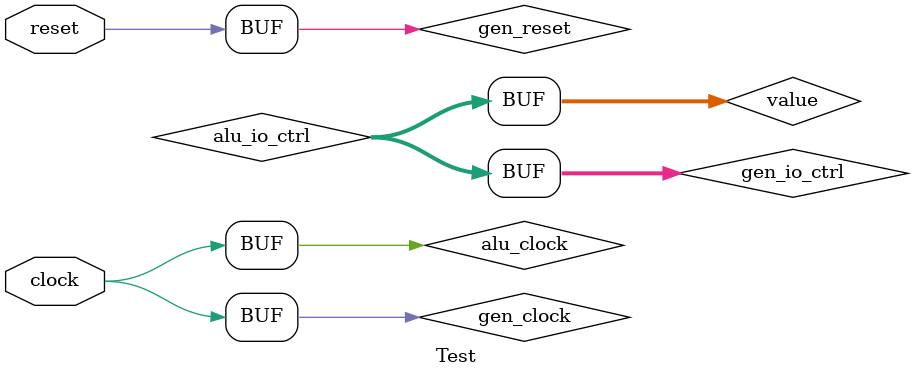
<source format=v>
module DataGen( // @[:@3.2]
  input        clock, // @[:@4.4]
  input        reset, // @[:@5.4]
  output [7:0] io_a_0, // @[:@6.4]
  output [7:0] io_a_1, // @[:@6.4]
  output [7:0] io_b_0, // @[:@6.4]
  output [7:0] io_b_1, // @[:@6.4]
  input  [7:0] io_y_0, // @[:@6.4]
  input  [7:0] io_y_1, // @[:@6.4]
  input        io_ovfl, // @[:@6.4]
  input        io_zero, // @[:@6.4]
  input        io_neg, // @[:@6.4]
  input  [2:0] io_ctrl // @[:@6.4]
);
  reg [1:0] value; // @[Counter.scala 26:33:@12.4]
  reg [31:0] _RAND_0;
  wire [2:0] _T_65; // @[Counter.scala 35:22:@15.6]
  wire [1:0] _T_66; // @[Counter.scala 35:22:@16.6]
  wire [1:0] _GEN_0; // @[Test.scala 27:14:@21.4]
  wire [1:0] _T_70; // @[Test.scala 27:14:@21.4]
  wire  slowclk; // @[Test.scala 27:19:@22.4]
  reg [7:0] value_1; // @[Counter.scala 26:33:@29.4]
  reg [31:0] _RAND_1;
  wire [8:0] _T_80; // @[Counter.scala 35:22:@32.6]
  wire [7:0] _T_81; // @[Counter.scala 35:22:@33.6]
  wire [7:0] _GEN_2; // @[Counter.scala 63:17:@30.4]
  reg [7:0] value_2; // @[Counter.scala 26:33:@38.4]
  reg [31:0] _RAND_2;
  wire [8:0] _T_89; // @[Counter.scala 35:22:@41.6]
  wire [7:0] _T_90; // @[Counter.scala 35:22:@42.6]
  wire  countOn; // @[Test.scala 36:12:@49.4]
  wire [7:0] _GEN_3; // @[Counter.scala 63:17:@39.4]
  reg [7:0] aIn_0; // @[Test.scala 47:20:@59.4]
  reg [31:0] _RAND_3;
  reg [7:0] aIn_1; // @[Test.scala 47:20:@59.4]
  reg [31:0] _RAND_4;
  reg [7:0] bIn_0; // @[Test.scala 48:20:@62.4]
  reg [31:0] _RAND_5;
  reg [7:0] bIn_1; // @[Test.scala 48:20:@62.4]
  reg [31:0] _RAND_6;
  reg  ovflIn; // @[Test.scala 49:23:@65.4]
  reg [31:0] _RAND_7;
  reg [2:0] ctrlIn; // @[Test.scala 54:23:@71.4]
  reg [31:0] _RAND_8;
  wire  _T_146; // @[Test.scala 59:18:@74.6]
  wire  _T_149; // @[Test.scala 60:15:@77.8]
  wire  _T_150; // @[Test.scala 61:25:@83.8]
  wire  _T_154; // @[Test.scala 63:25:@92.10]
  wire  _T_158; // @[Test.scala 65:25:@101.12]
  wire  _T_165; // @[Test.scala 68:25:@115.14]
  wire  _T_172; // @[Test.scala 71:25:@129.16]
  wire  _T_182; // @[Test.scala 78:18:@149.6]
  wire  _T_183; // @[Test.scala 78:37:@150.6]
  wire  _T_184; // @[Test.scala 78:26:@151.6]
  wire  _T_185; // @[Test.scala 78:57:@152.6]
  wire  _T_186; // @[Test.scala 78:46:@153.6]
  wire  _GEN_6; // @[Test.scala 62:15:@88.12]
  wire  _GEN_7; // @[Test.scala 62:15:@88.12]
  wire  _GEN_9; // @[Test.scala 64:15:@97.14]
  wire  _GEN_10; // @[Test.scala 64:15:@97.14]
  wire  _GEN_11; // @[Test.scala 64:15:@97.14]
  wire  _GEN_15; // @[Test.scala 66:15:@106.16]
  wire  _GEN_16; // @[Test.scala 66:15:@106.16]
  wire  _GEN_17; // @[Test.scala 66:15:@106.16]
  wire  _GEN_29; // @[Test.scala 69:15:@120.18]
  wire  _GEN_30; // @[Test.scala 69:15:@120.18]
  wire  _GEN_31; // @[Test.scala 69:15:@120.18]
  wire  _GEN_47; // @[Test.scala 72:15:@134.20]
  wire  _GEN_48; // @[Test.scala 72:15:@134.20]
  wire  _GEN_49; // @[Test.scala 72:15:@134.20]
  wire  _GEN_69; // @[Test.scala 75:15:@146.20]
  wire  _GEN_70; // @[Test.scala 75:15:@146.20]
  wire  _GEN_71; // @[Test.scala 82:13:@180.10]
  assign _T_65 = value + 2'h1; // @[Counter.scala 35:22:@15.6]
  assign _T_66 = value + 2'h1; // @[Counter.scala 35:22:@16.6]
  assign _GEN_0 = value % 2'h2; // @[Test.scala 27:14:@21.4]
  assign _T_70 = _GEN_0[1:0]; // @[Test.scala 27:14:@21.4]
  assign slowclk = _T_70 == 2'h0; // @[Test.scala 27:19:@22.4]
  assign _T_80 = value_1 + 8'h1; // @[Counter.scala 35:22:@32.6]
  assign _T_81 = value_1 + 8'h1; // @[Counter.scala 35:22:@33.6]
  assign _GEN_2 = slowclk ? _T_81 : value_1; // @[Counter.scala 63:17:@30.4]
  assign _T_89 = value_2 + 8'h1; // @[Counter.scala 35:22:@41.6]
  assign _T_90 = value_2 + 8'h1; // @[Counter.scala 35:22:@42.6]
  assign countOn = value_1 > 8'h8; // @[Test.scala 36:12:@49.4]
  assign _GEN_3 = countOn ? _T_90 : value_2; // @[Counter.scala 63:17:@39.4]
  assign _T_146 = ctrlIn == 3'h0; // @[Test.scala 59:18:@74.6]
  assign _T_149 = reset == 1'h0; // @[Test.scala 60:15:@77.8]
  assign _T_150 = ctrlIn == 3'h1; // @[Test.scala 61:25:@83.8]
  assign _T_154 = ctrlIn == 3'h2; // @[Test.scala 63:25:@92.10]
  assign _T_158 = ctrlIn == 3'h3; // @[Test.scala 65:25:@101.12]
  assign _T_165 = ctrlIn == 3'h4; // @[Test.scala 68:25:@115.14]
  assign _T_172 = ctrlIn == 3'h5; // @[Test.scala 71:25:@129.16]
  assign _T_182 = ctrlIn != 3'h4; // @[Test.scala 78:18:@149.6]
  assign _T_183 = ctrlIn != 3'h3; // @[Test.scala 78:37:@150.6]
  assign _T_184 = _T_182 & _T_183; // @[Test.scala 78:26:@151.6]
  assign _T_185 = ctrlIn != 3'h5; // @[Test.scala 78:57:@152.6]
  assign _T_186 = _T_184 & _T_185; // @[Test.scala 78:46:@153.6]
  assign io_a_0 = value_1; // @[Test.scala 21:13:@8.4 Test.scala 44:16:@58.4]
  assign io_a_1 = 8'h0; // @[Test.scala 21:13:@10.4]
  assign io_b_0 = countOn ? value_2 : 8'h1; // @[Test.scala 22:13:@9.4 Test.scala 38:18:@52.6 Test.scala 41:18:@56.6]
  assign io_b_1 = 8'h0; // @[Test.scala 22:13:@11.4]
  assign _GEN_6 = _T_146 == 1'h0; // @[Test.scala 62:15:@88.12]
  assign _GEN_7 = _GEN_6 & _T_150; // @[Test.scala 62:15:@88.12]
  assign _GEN_9 = _T_150 == 1'h0; // @[Test.scala 64:15:@97.14]
  assign _GEN_10 = _GEN_6 & _GEN_9; // @[Test.scala 64:15:@97.14]
  assign _GEN_11 = _GEN_10 & _T_154; // @[Test.scala 64:15:@97.14]
  assign _GEN_15 = _T_154 == 1'h0; // @[Test.scala 66:15:@106.16]
  assign _GEN_16 = _GEN_10 & _GEN_15; // @[Test.scala 66:15:@106.16]
  assign _GEN_17 = _GEN_16 & _T_158; // @[Test.scala 66:15:@106.16]
  assign _GEN_29 = _T_158 == 1'h0; // @[Test.scala 69:15:@120.18]
  assign _GEN_30 = _GEN_16 & _GEN_29; // @[Test.scala 69:15:@120.18]
  assign _GEN_31 = _GEN_30 & _T_165; // @[Test.scala 69:15:@120.18]
  assign _GEN_47 = _T_165 == 1'h0; // @[Test.scala 72:15:@134.20]
  assign _GEN_48 = _GEN_30 & _GEN_47; // @[Test.scala 72:15:@134.20]
  assign _GEN_49 = _GEN_48 & _T_172; // @[Test.scala 72:15:@134.20]
  assign _GEN_69 = _T_172 == 1'h0; // @[Test.scala 75:15:@146.20]
  assign _GEN_70 = _GEN_48 & _GEN_69; // @[Test.scala 75:15:@146.20]
  assign _GEN_71 = _T_186 == 1'h0; // @[Test.scala 82:13:@180.10]
`ifdef RANDOMIZE_GARBAGE_ASSIGN
`define RANDOMIZE
`endif
`ifdef RANDOMIZE_INVALID_ASSIGN
`define RANDOMIZE
`endif
`ifdef RANDOMIZE_REG_INIT
`define RANDOMIZE
`endif
`ifdef RANDOMIZE_MEM_INIT
`define RANDOMIZE
`endif
`ifndef RANDOM
`define RANDOM $random
`endif
`ifdef RANDOMIZE
  integer initvar;
  initial begin
    `ifdef INIT_RANDOM
      `INIT_RANDOM
    `endif
    `ifndef VERILATOR
      #0.002 begin end
    `endif
  `ifdef RANDOMIZE_REG_INIT
  _RAND_0 = {1{`RANDOM}};
  value = _RAND_0[1:0];
  `endif // RANDOMIZE_REG_INIT
  `ifdef RANDOMIZE_REG_INIT
  _RAND_1 = {1{`RANDOM}};
  value_1 = _RAND_1[7:0];
  `endif // RANDOMIZE_REG_INIT
  `ifdef RANDOMIZE_REG_INIT
  _RAND_2 = {1{`RANDOM}};
  value_2 = _RAND_2[7:0];
  `endif // RANDOMIZE_REG_INIT
  `ifdef RANDOMIZE_REG_INIT
  _RAND_3 = {1{`RANDOM}};
  aIn_0 = _RAND_3[7:0];
  `endif // RANDOMIZE_REG_INIT
  `ifdef RANDOMIZE_REG_INIT
  _RAND_4 = {1{`RANDOM}};
  aIn_1 = _RAND_4[7:0];
  `endif // RANDOMIZE_REG_INIT
  `ifdef RANDOMIZE_REG_INIT
  _RAND_5 = {1{`RANDOM}};
  bIn_0 = _RAND_5[7:0];
  `endif // RANDOMIZE_REG_INIT
  `ifdef RANDOMIZE_REG_INIT
  _RAND_6 = {1{`RANDOM}};
  bIn_1 = _RAND_6[7:0];
  `endif // RANDOMIZE_REG_INIT
  `ifdef RANDOMIZE_REG_INIT
  _RAND_7 = {1{`RANDOM}};
  ovflIn = _RAND_7[0:0];
  `endif // RANDOMIZE_REG_INIT
  `ifdef RANDOMIZE_REG_INIT
  _RAND_8 = {1{`RANDOM}};
  ctrlIn = _RAND_8[2:0];
  `endif // RANDOMIZE_REG_INIT
  end
`endif // RANDOMIZE
  always @(posedge clock) begin
    if (reset) begin
      value <= 2'h0;
    end else begin
      value <= _T_66;
    end
    if (reset) begin
      value_1 <= 8'h0;
    end else begin
      if (slowclk) begin
        value_1 <= _T_81;
      end
    end
    if (reset) begin
      value_2 <= 8'h0;
    end else begin
      if (countOn) begin
        value_2 <= _T_90;
      end
    end
    aIn_0 <= io_a_0;
    aIn_1 <= io_a_1;
    bIn_0 <= io_b_0;
    bIn_1 <= io_b_1;
    if (reset) begin
      ovflIn <= 1'h0;
    end else begin
      ovflIn <= io_ovfl;
    end
    if (reset) begin
      ctrlIn <= 3'h0;
    end else begin
      ctrlIn <= io_ctrl;
    end
    `ifndef SYNTHESIS
    `ifdef PRINTF_COND
      if (`PRINTF_COND) begin
    `endif
        if (_T_146 & _T_149) begin
          $fwrite(32'h80000002,"passThrough \n"); // @[Test.scala 60:15:@79.10]
        end
    `ifdef PRINTF_COND
      end
    `endif
    `endif // SYNTHESIS
    `ifndef SYNTHESIS
    `ifdef PRINTF_COND
      if (`PRINTF_COND) begin
    `endif
        if (_GEN_7 & _T_149) begin
          $fwrite(32'h80000002,"add \n"); // @[Test.scala 62:15:@88.12]
        end
    `ifdef PRINTF_COND
      end
    `endif
    `endif // SYNTHESIS
    `ifndef SYNTHESIS
    `ifdef PRINTF_COND
      if (`PRINTF_COND) begin
    `endif
        if (_GEN_11 & _T_149) begin
          $fwrite(32'h80000002,"subtract \n"); // @[Test.scala 64:15:@97.14]
        end
    `ifdef PRINTF_COND
      end
    `endif
    `endif // SYNTHESIS
    `ifndef SYNTHESIS
    `ifdef PRINTF_COND
      if (`PRINTF_COND) begin
    `endif
        if (_GEN_17 & _T_149) begin
          $fwrite(32'h80000002,"and \n"); // @[Test.scala 66:15:@106.16]
        end
    `ifdef PRINTF_COND
      end
    `endif
    `endif // SYNTHESIS
    `ifndef SYNTHESIS
    `ifdef PRINTF_COND
      if (`PRINTF_COND) begin
    `endif
        if (_GEN_17 & _T_149) begin
          $fwrite(32'h80000002,"%b &\n%b = \n%b \n",aIn_0,bIn_0,io_y_0); // @[Test.scala 67:15:@111.16]
        end
    `ifdef PRINTF_COND
      end
    `endif
    `endif // SYNTHESIS
    `ifndef SYNTHESIS
    `ifdef PRINTF_COND
      if (`PRINTF_COND) begin
    `endif
        if (_GEN_31 & _T_149) begin
          $fwrite(32'h80000002,"or \n"); // @[Test.scala 69:15:@120.18]
        end
    `ifdef PRINTF_COND
      end
    `endif
    `endif // SYNTHESIS
    `ifndef SYNTHESIS
    `ifdef PRINTF_COND
      if (`PRINTF_COND) begin
    `endif
        if (_GEN_31 & _T_149) begin
          $fwrite(32'h80000002,"%b |\n%b = \n%b \n",aIn_0,bIn_0,io_y_0); // @[Test.scala 70:15:@125.18]
        end
    `ifdef PRINTF_COND
      end
    `endif
    `endif // SYNTHESIS
    `ifndef SYNTHESIS
    `ifdef PRINTF_COND
      if (`PRINTF_COND) begin
    `endif
        if (_GEN_49 & _T_149) begin
          $fwrite(32'h80000002,"xor \n"); // @[Test.scala 72:15:@134.20]
        end
    `ifdef PRINTF_COND
      end
    `endif
    `endif // SYNTHESIS
    `ifndef SYNTHESIS
    `ifdef PRINTF_COND
      if (`PRINTF_COND) begin
    `endif
        if (_GEN_49 & _T_149) begin
          $fwrite(32'h80000002,"%b ^\n%b = \n%b \n",aIn_0,bIn_0,io_y_0); // @[Test.scala 73:15:@139.20]
        end
    `ifdef PRINTF_COND
      end
    `endif
    `endif // SYNTHESIS
    `ifndef SYNTHESIS
    `ifdef PRINTF_COND
      if (`PRINTF_COND) begin
    `endif
        if (_GEN_70 & _T_149) begin
          $fwrite(32'h80000002," \n"); // @[Test.scala 75:15:@146.20]
        end
    `ifdef PRINTF_COND
      end
    `endif
    `endif // SYNTHESIS
    `ifndef SYNTHESIS
    `ifdef PRINTF_COND
      if (`PRINTF_COND) begin
    `endif
        if (_T_186 & _T_149) begin
          $fwrite(32'h80000002,"a is Vec(%d, %d)\n",aIn_0,aIn_1); // @[Test.scala 79:13:@158.10]
        end
    `ifdef PRINTF_COND
      end
    `endif
    `endif // SYNTHESIS
    `ifndef SYNTHESIS
    `ifdef PRINTF_COND
      if (`PRINTF_COND) begin
    `endif
        if (_T_186 & _T_149) begin
          $fwrite(32'h80000002,"b is Vec(%d, %d)\n",bIn_0,bIn_1); // @[Test.scala 79:37:@163.10]
        end
    `ifdef PRINTF_COND
      end
    `endif
    `endif // SYNTHESIS
    `ifndef SYNTHESIS
    `ifdef PRINTF_COND
      if (`PRINTF_COND) begin
    `endif
        if (_T_186 & _T_149) begin
          $fwrite(32'h80000002,"y is Vec(%d, %d) \n",io_y_0,io_y_1); // @[Test.scala 79:61:@168.10]
        end
    `ifdef PRINTF_COND
      end
    `endif
    `endif // SYNTHESIS
    `ifndef SYNTHESIS
    `ifdef PRINTF_COND
      if (`PRINTF_COND) begin
    `endif
        if (_T_186 & _T_149) begin
          $fwrite(32'h80000002,"ovfl:%d zero:%d neg:%d \n \n",ovflIn,io_zero,io_neg); // @[Test.scala 80:13:@173.10]
        end
    `ifdef PRINTF_COND
      end
    `endif
    `endif // SYNTHESIS
    `ifndef SYNTHESIS
    `ifdef PRINTF_COND
      if (`PRINTF_COND) begin
    `endif
        if (_GEN_71 & _T_149) begin
          $fwrite(32'h80000002,"\n"); // @[Test.scala 82:13:@180.10]
        end
    `ifdef PRINTF_COND
      end
    `endif
    `endif // SYNTHESIS
  end
endmodule
module ALU( // @[:@185.2]
  input        clock, // @[:@186.4]
  input  [7:0] io_a_0, // @[:@188.4]
  input  [7:0] io_b_0, // @[:@188.4]
  input  [2:0] io_ctrl, // @[:@188.4]
  output [7:0] io_result_0, // @[:@188.4]
  output [7:0] io_result_1, // @[:@188.4]
  output       io_negative, // @[:@188.4]
  output       io_zero, // @[:@188.4]
  output       io_overflow // @[:@188.4]
);
  reg [7:0] storedValue_0; // @[Adder.scala 24:31:@193.4]
  reg [31:0] _RAND_0;
  reg [7:0] storedValue_1; // @[Adder.scala 24:31:@193.4]
  reg [31:0] _RAND_1;
  wire  _T_103; // @[Adder.scala 31:20:@199.4]
  wire  _T_104; // @[Adder.scala 33:27:@204.6]
  wire [8:0] _T_105; // @[Adder.scala 34:27:@206.8]
  wire [7:0] _T_106; // @[Adder.scala 34:27:@207.8]
  wire  _T_107; // @[Adder.scala 35:27:@211.8]
  wire [8:0] _T_108; // @[Adder.scala 36:27:@213.10]
  wire [8:0] _T_109; // @[Adder.scala 36:27:@214.10]
  wire [7:0] _T_110; // @[Adder.scala 36:27:@215.10]
  wire  _T_111; // @[Adder.scala 42:27:@219.10]
  wire [7:0] _T_112; // @[Adder.scala 43:27:@221.12]
  wire  _T_113; // @[Adder.scala 44:27:@225.12]
  wire [7:0] _T_114; // @[Adder.scala 45:27:@227.14]
  wire  _T_115; // @[Adder.scala 46:27:@231.14]
  wire [7:0] _T_116; // @[Adder.scala 47:27:@233.16]
  wire [7:0] _GEN_0; // @[Adder.scala 46:36:@232.14]
  wire [7:0] _GEN_1; // @[Adder.scala 44:35:@226.12]
  wire [7:0] _GEN_2; // @[Adder.scala 42:36:@220.10]
  wire [7:0] _GEN_3; // @[Adder.scala 35:41:@212.8]
  wire [7:0] _GEN_4; // @[Adder.scala 33:36:@205.6]
  wire [7:0] out_0; // @[Adder.scala 31:37:@200.4]
  wire  _T_119; // @[Adder.scala 51:39:@239.4]
  wire  zeroVector_0; // @[Adder.scala 51:24:@240.4]
  wire  negVector_0; // @[Adder.scala 52:35:@242.4]
  wire  _T_122; // @[Adder.scala 56:38:@244.4]
  wire  _T_123; // @[Adder.scala 56:62:@245.4]
  wire  _T_124; // @[Adder.scala 56:51:@246.4]
  wire  _T_125; // @[Adder.scala 56:86:@247.4]
  wire  _T_127; // @[Adder.scala 56:99:@249.4]
  wire  overflowVector_0; // @[Adder.scala 56:76:@250.4]
  wire [8:0] _T_134; // @[Adder.scala 36:27:@266.10]
  wire [8:0] _T_135; // @[Adder.scala 36:27:@267.10]
  wire [7:0] _T_136; // @[Adder.scala 36:27:@268.10]
  wire [7:0] _GEN_9; // @[Adder.scala 35:41:@265.8]
  wire [7:0] _GEN_10; // @[Adder.scala 33:36:@258.6]
  wire [7:0] out_1; // @[Adder.scala 31:37:@253.4]
  wire  _T_145; // @[Adder.scala 51:39:@292.4]
  wire  zeroVector_1; // @[Adder.scala 51:24:@293.4]
  wire  negVector_1; // @[Adder.scala 52:35:@295.4]
  wire  overflowVector_1; // @[Adder.scala 56:86:@300.4]
  wire  _T_156; // @[Adder.scala 61:36:@307.4]
  wire  _T_157; // @[Adder.scala 61:36:@308.4]
  wire  _T_160; // @[Adder.scala 61:36:@310.4]
  assign _T_103 = io_ctrl == 3'h0; // @[Adder.scala 31:20:@199.4]
  assign _T_104 = io_ctrl == 3'h1; // @[Adder.scala 33:27:@204.6]
  assign _T_105 = io_a_0 + io_b_0; // @[Adder.scala 34:27:@206.8]
  assign _T_106 = io_a_0 + io_b_0; // @[Adder.scala 34:27:@207.8]
  assign _T_107 = io_ctrl == 3'h2; // @[Adder.scala 35:27:@211.8]
  assign _T_108 = io_a_0 - io_b_0; // @[Adder.scala 36:27:@213.10]
  assign _T_109 = $unsigned(_T_108); // @[Adder.scala 36:27:@214.10]
  assign _T_110 = _T_109[7:0]; // @[Adder.scala 36:27:@215.10]
  assign _T_111 = io_ctrl == 3'h3; // @[Adder.scala 42:27:@219.10]
  assign _T_112 = io_a_0 & io_b_0; // @[Adder.scala 43:27:@221.12]
  assign _T_113 = io_ctrl == 3'h4; // @[Adder.scala 44:27:@225.12]
  assign _T_114 = io_a_0 | io_b_0; // @[Adder.scala 45:27:@227.14]
  assign _T_115 = io_ctrl == 3'h5; // @[Adder.scala 46:27:@231.14]
  assign _T_116 = io_a_0 ^ io_b_0; // @[Adder.scala 47:27:@233.16]
  assign _GEN_0 = _T_115 ? _T_116 : 8'h0; // @[Adder.scala 46:36:@232.14]
  assign _GEN_1 = _T_113 ? _T_114 : _GEN_0; // @[Adder.scala 44:35:@226.12]
  assign _GEN_2 = _T_111 ? _T_112 : _GEN_1; // @[Adder.scala 42:36:@220.10]
  assign _GEN_3 = _T_107 ? _T_110 : _GEN_2; // @[Adder.scala 35:41:@212.8]
  assign _GEN_4 = _T_104 ? _T_106 : _GEN_3; // @[Adder.scala 33:36:@205.6]
  assign out_0 = _T_103 ? io_a_0 : _GEN_4; // @[Adder.scala 31:37:@200.4]
  assign _T_119 = io_result_0 != 8'h0; // @[Adder.scala 51:39:@239.4]
  assign zeroVector_0 = ~ _T_119; // @[Adder.scala 51:24:@240.4]
  assign negVector_0 = io_result_0[7]; // @[Adder.scala 52:35:@242.4]
  assign _T_122 = io_a_0[7]; // @[Adder.scala 56:38:@244.4]
  assign _T_123 = io_b_0[7]; // @[Adder.scala 56:62:@245.4]
  assign _T_124 = _T_122 == _T_123; // @[Adder.scala 56:51:@246.4]
  assign _T_125 = out_0[7]; // @[Adder.scala 56:86:@247.4]
  assign _T_127 = _T_125 != _T_122; // @[Adder.scala 56:99:@249.4]
  assign overflowVector_0 = _T_124 & _T_127; // @[Adder.scala 56:76:@250.4]
  assign _T_134 = 8'h0 - 8'h0; // @[Adder.scala 36:27:@266.10]
  assign _T_135 = $unsigned(_T_134); // @[Adder.scala 36:27:@267.10]
  assign _T_136 = _T_135[7:0]; // @[Adder.scala 36:27:@268.10]
  assign _GEN_9 = _T_107 ? _T_136 : 8'h0; // @[Adder.scala 35:41:@265.8]
  assign _GEN_10 = _T_104 ? 8'h0 : _GEN_9; // @[Adder.scala 33:36:@258.6]
  assign out_1 = _T_103 ? 8'h0 : _GEN_10; // @[Adder.scala 31:37:@253.4]
  assign _T_145 = io_result_1 != 8'h0; // @[Adder.scala 51:39:@292.4]
  assign zeroVector_1 = ~ _T_145; // @[Adder.scala 51:24:@293.4]
  assign negVector_1 = io_result_1[7]; // @[Adder.scala 52:35:@295.4]
  assign overflowVector_1 = out_1[7]; // @[Adder.scala 56:86:@300.4]
  assign _T_156 = zeroVector_0 == 1'h0; // @[Adder.scala 61:36:@307.4]
  assign _T_157 = zeroVector_1 == 1'h0; // @[Adder.scala 61:36:@308.4]
  assign _T_160 = _T_156 | _T_157; // @[Adder.scala 61:36:@310.4]
  assign io_result_0 = storedValue_0; // @[Adder.scala 59:15:@305.4]
  assign io_result_1 = storedValue_1; // @[Adder.scala 59:15:@306.4]
  assign io_negative = negVector_0 | negVector_1; // @[Adder.scala 63:17:@322.4]
  assign io_zero = _T_160 == 1'h0; // @[Adder.scala 61:13:@312.4]
  assign io_overflow = overflowVector_0 | overflowVector_1; // @[Adder.scala 62:17:@317.4]
`ifdef RANDOMIZE_GARBAGE_ASSIGN
`define RANDOMIZE
`endif
`ifdef RANDOMIZE_INVALID_ASSIGN
`define RANDOMIZE
`endif
`ifdef RANDOMIZE_REG_INIT
`define RANDOMIZE
`endif
`ifdef RANDOMIZE_MEM_INIT
`define RANDOMIZE
`endif
`ifndef RANDOM
`define RANDOM $random
`endif
`ifdef RANDOMIZE
  integer initvar;
  initial begin
    `ifdef INIT_RANDOM
      `INIT_RANDOM
    `endif
    `ifndef VERILATOR
      #0.002 begin end
    `endif
  `ifdef RANDOMIZE_REG_INIT
  _RAND_0 = {1{`RANDOM}};
  storedValue_0 = _RAND_0[7:0];
  `endif // RANDOMIZE_REG_INIT
  `ifdef RANDOMIZE_REG_INIT
  _RAND_1 = {1{`RANDOM}};
  storedValue_1 = _RAND_1[7:0];
  `endif // RANDOMIZE_REG_INIT
  end
`endif // RANDOMIZE
  always @(posedge clock) begin
    if (_T_103) begin
      storedValue_0 <= io_a_0;
    end else begin
      if (_T_104) begin
        storedValue_0 <= _T_106;
      end else begin
        if (_T_107) begin
          storedValue_0 <= _T_110;
        end else begin
          if (_T_111) begin
            storedValue_0 <= _T_112;
          end else begin
            if (_T_113) begin
              storedValue_0 <= _T_114;
            end else begin
              if (_T_115) begin
                storedValue_0 <= _T_116;
              end else begin
                storedValue_0 <= 8'h0;
              end
            end
          end
        end
      end
    end
    if (_T_103) begin
      storedValue_1 <= 8'h0;
    end else begin
      if (_T_104) begin
        storedValue_1 <= 8'h0;
      end else begin
        if (_T_107) begin
          storedValue_1 <= _T_136;
        end else begin
          storedValue_1 <= 8'h0;
        end
      end
    end
  end
endmodule
module Test( // @[:@324.2]
  input   clock, // @[:@325.4]
  input   reset // @[:@326.4]
);
  wire  gen_clock; // @[Test.scala 90:19:@329.4]
  wire  gen_reset; // @[Test.scala 90:19:@329.4]
  wire [7:0] gen_io_a_0; // @[Test.scala 90:19:@329.4]
  wire [7:0] gen_io_a_1; // @[Test.scala 90:19:@329.4]
  wire [7:0] gen_io_b_0; // @[Test.scala 90:19:@329.4]
  wire [7:0] gen_io_b_1; // @[Test.scala 90:19:@329.4]
  wire [7:0] gen_io_y_0; // @[Test.scala 90:19:@329.4]
  wire [7:0] gen_io_y_1; // @[Test.scala 90:19:@329.4]
  wire  gen_io_ovfl; // @[Test.scala 90:19:@329.4]
  wire  gen_io_zero; // @[Test.scala 90:19:@329.4]
  wire  gen_io_neg; // @[Test.scala 90:19:@329.4]
  wire [2:0] gen_io_ctrl; // @[Test.scala 90:19:@329.4]
  wire  alu_clock; // @[Test.scala 91:19:@332.4]
  wire [7:0] alu_io_a_0; // @[Test.scala 91:19:@332.4]
  wire [7:0] alu_io_b_0; // @[Test.scala 91:19:@332.4]
  wire [2:0] alu_io_ctrl; // @[Test.scala 91:19:@332.4]
  wire [7:0] alu_io_result_0; // @[Test.scala 91:19:@332.4]
  wire [7:0] alu_io_result_1; // @[Test.scala 91:19:@332.4]
  wire  alu_io_negative; // @[Test.scala 91:19:@332.4]
  wire  alu_io_zero; // @[Test.scala 91:19:@332.4]
  wire  alu_io_overflow; // @[Test.scala 91:19:@332.4]
  reg [2:0] value; // @[Counter.scala 26:33:@344.4]
  reg [31:0] _RAND_0;
  wire  _T_9; // @[Counter.scala 34:24:@346.6]
  wire [3:0] _T_11; // @[Counter.scala 35:22:@347.6]
  wire [2:0] _T_12; // @[Counter.scala 35:22:@348.6]
  wire [2:0] _GEN_0; // @[Counter.scala 37:21:@350.6]
  DataGen gen ( // @[Test.scala 90:19:@329.4]
    .clock(gen_clock),
    .reset(gen_reset),
    .io_a_0(gen_io_a_0),
    .io_a_1(gen_io_a_1),
    .io_b_0(gen_io_b_0),
    .io_b_1(gen_io_b_1),
    .io_y_0(gen_io_y_0),
    .io_y_1(gen_io_y_1),
    .io_ovfl(gen_io_ovfl),
    .io_zero(gen_io_zero),
    .io_neg(gen_io_neg),
    .io_ctrl(gen_io_ctrl)
  );
  ALU alu ( // @[Test.scala 91:19:@332.4]
    .clock(alu_clock),
    .io_a_0(alu_io_a_0),
    .io_b_0(alu_io_b_0),
    .io_ctrl(alu_io_ctrl),
    .io_result_0(alu_io_result_0),
    .io_result_1(alu_io_result_1),
    .io_negative(alu_io_negative),
    .io_zero(alu_io_zero),
    .io_overflow(alu_io_overflow)
  );
  assign _T_9 = value == 3'h5; // @[Counter.scala 34:24:@346.6]
  assign _T_11 = value + 3'h1; // @[Counter.scala 35:22:@347.6]
  assign _T_12 = value + 3'h1; // @[Counter.scala 35:22:@348.6]
  assign _GEN_0 = _T_9 ? 3'h0 : _T_12; // @[Counter.scala 37:21:@350.6]
  assign gen_clock = clock; // @[:@330.4]
  assign gen_reset = reset; // @[:@331.4]
  assign gen_io_y_0 = alu_io_result_0; // @[Test.scala 94:12:@339.4]
  assign gen_io_y_1 = alu_io_result_1; // @[Test.scala 94:12:@340.4]
  assign gen_io_ovfl = alu_io_overflow; // @[Test.scala 95:15:@341.4]
  assign gen_io_zero = alu_io_zero; // @[Test.scala 96:15:@342.4]
  assign gen_io_neg = alu_io_negative; // @[Test.scala 97:14:@343.4]
  assign gen_io_ctrl = value; // @[Test.scala 100:15:@356.4]
  assign alu_clock = clock; // @[:@333.4]
  assign alu_io_a_0 = gen_io_a_0; // @[Test.scala 92:12:@335.4]
  assign alu_io_b_0 = gen_io_b_0; // @[Test.scala 93:12:@337.4]
  assign alu_io_ctrl = value; // @[Test.scala 99:15:@355.4]
`ifdef RANDOMIZE_GARBAGE_ASSIGN
`define RANDOMIZE
`endif
`ifdef RANDOMIZE_INVALID_ASSIGN
`define RANDOMIZE
`endif
`ifdef RANDOMIZE_REG_INIT
`define RANDOMIZE
`endif
`ifdef RANDOMIZE_MEM_INIT
`define RANDOMIZE
`endif
`ifndef RANDOM
`define RANDOM $random
`endif
`ifdef RANDOMIZE
  integer initvar;
  initial begin
    `ifdef INIT_RANDOM
      `INIT_RANDOM
    `endif
    `ifndef VERILATOR
      #0.002 begin end
    `endif
  `ifdef RANDOMIZE_REG_INIT
  _RAND_0 = {1{`RANDOM}};
  value = _RAND_0[2:0];
  `endif // RANDOMIZE_REG_INIT
  end
`endif // RANDOMIZE
  always @(posedge clock) begin
    if (reset) begin
      value <= 3'h0;
    end else begin
      if (_T_9) begin
        value <= 3'h0;
      end else begin
        value <= _T_12;
      end
    end
  end
endmodule

</source>
